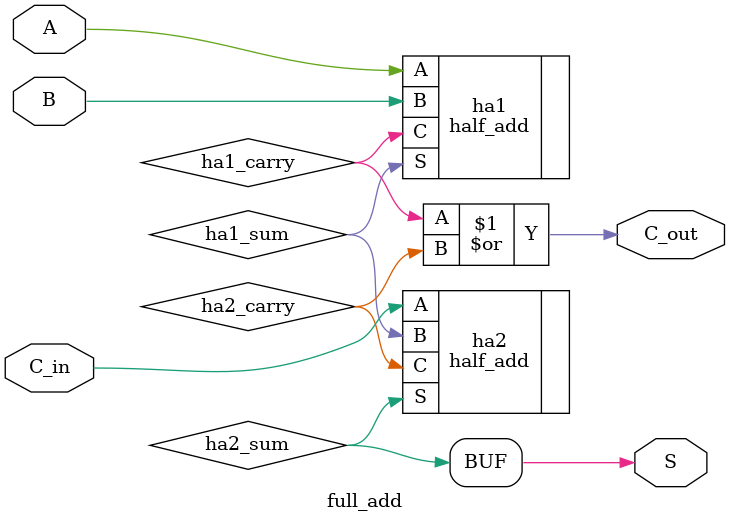
<source format=v>
`timescale 1ns / 1ps

module full_add(
    input A,
    input B,
    input C_in,
    output S,
    output C_out
    );

     //Internal variables
     wire ha1_sum;
     wire ha2_sum;
     wire ha1_carry;
     wire ha2_carry;
     wire Data_out_Sum;
     wire Data_out_Carry;

     //half adder 1
    half_add  ha1(
        .A(A),
        .B(B),
        .S(ha1_sum),
        .C(ha1_carry)
    );
    
    //half adder 2
    half_add  ha2(
        .A(C_in),
        .B(ha1_sum),
        .S(ha2_sum),
        .C(ha2_carry)
    );
    //final assignments
    assign S = ha2_sum;  
    assign C_out = ha1_carry | ha2_carry;
    
endmodule

</source>
